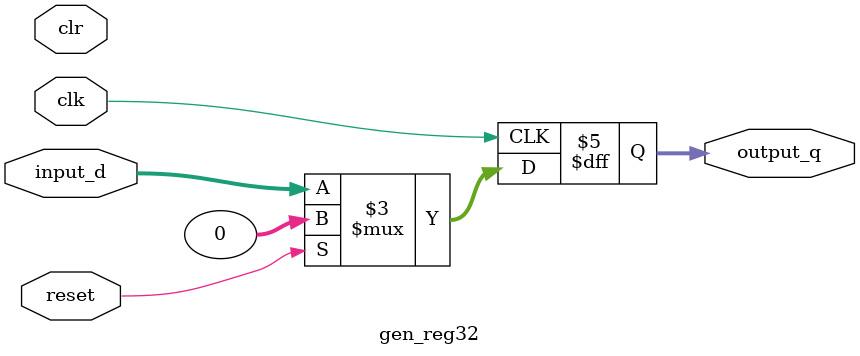
<source format=v>
module gen_reg32 (
	input [31:0] input_d,
	input clk,
	input clr,
	input reset,
	output reg [31:0] output_q
	);

	
	always @(posedge clk)
		if (reset)
			output_q <= 0;
		else 
			output_q <= input_d;

	
endmodule
</source>
